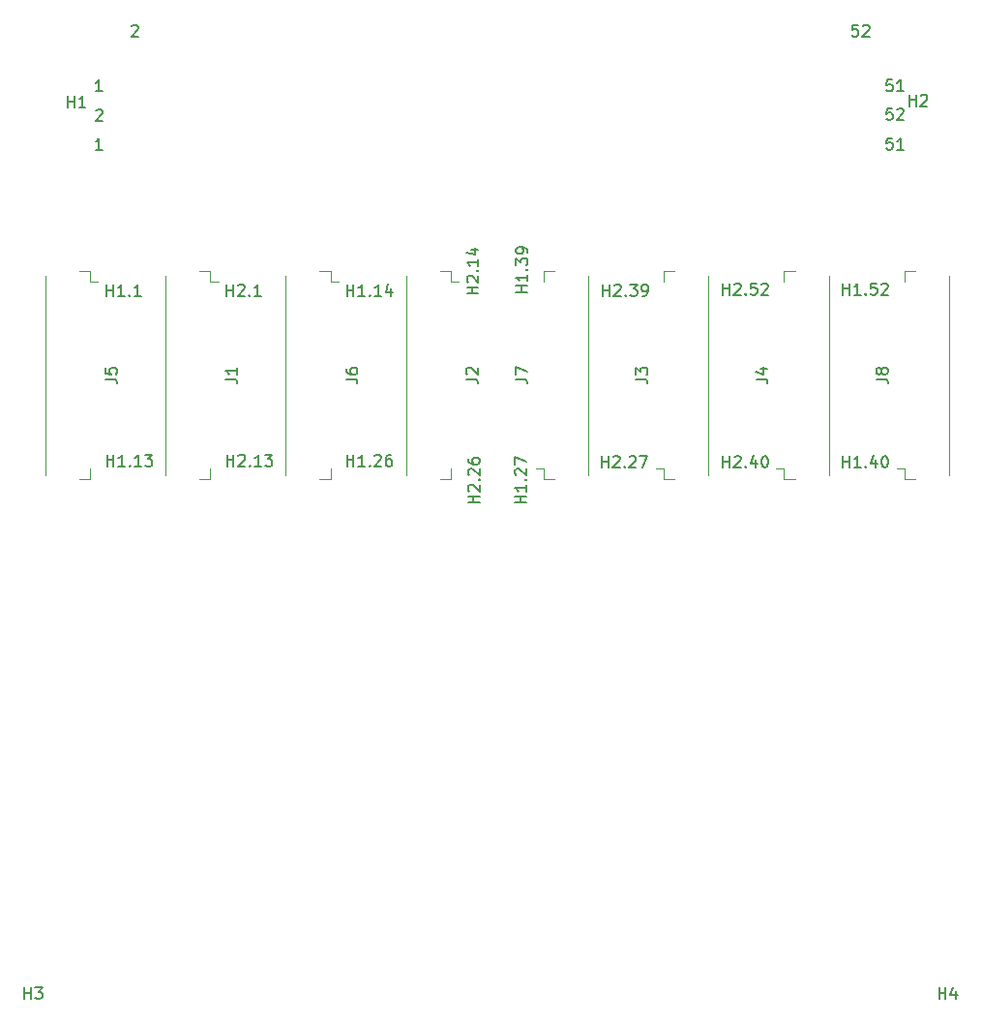
<source format=gto>
G04 #@! TF.GenerationSoftware,KiCad,Pcbnew,5.1.6-1.fc32*
G04 #@! TF.CreationDate,2020-09-21T20:32:52-03:00*
G04 #@! TF.ProjectId,pc104-adapter-bottom,70633130-342d-4616-9461-707465722d62,v2.0*
G04 #@! TF.SameCoordinates,Original*
G04 #@! TF.FileFunction,Legend,Top*
G04 #@! TF.FilePolarity,Positive*
%FSLAX46Y46*%
G04 Gerber Fmt 4.6, Leading zero omitted, Abs format (unit mm)*
G04 Created by KiCad (PCBNEW 5.1.6-1.fc32) date 2020-09-21 20:32:52*
%MOMM*%
%LPD*%
G01*
G04 APERTURE LIST*
%ADD10C,0.160000*%
%ADD11C,0.120000*%
%ADD12C,0.150000*%
G04 APERTURE END LIST*
D10*
X166747619Y-75052380D02*
X166747619Y-74052380D01*
X166747619Y-74528571D02*
X167319047Y-74528571D01*
X167319047Y-75052380D02*
X167319047Y-74052380D01*
X167747619Y-74147619D02*
X167795238Y-74100000D01*
X167890476Y-74052380D01*
X168128571Y-74052380D01*
X168223809Y-74100000D01*
X168271428Y-74147619D01*
X168319047Y-74242857D01*
X168319047Y-74338095D01*
X168271428Y-74480952D01*
X167700000Y-75052380D01*
X168319047Y-75052380D01*
X168747619Y-74957142D02*
X168795238Y-75004761D01*
X168747619Y-75052380D01*
X168700000Y-75004761D01*
X168747619Y-74957142D01*
X168747619Y-75052380D01*
X169700000Y-74052380D02*
X169223809Y-74052380D01*
X169176190Y-74528571D01*
X169223809Y-74480952D01*
X169319047Y-74433333D01*
X169557142Y-74433333D01*
X169652380Y-74480952D01*
X169700000Y-74528571D01*
X169747619Y-74623809D01*
X169747619Y-74861904D01*
X169700000Y-74957142D01*
X169652380Y-75004761D01*
X169557142Y-75052380D01*
X169319047Y-75052380D01*
X169223809Y-75004761D01*
X169176190Y-74957142D01*
X170128571Y-74147619D02*
X170176190Y-74100000D01*
X170271428Y-74052380D01*
X170509523Y-74052380D01*
X170604761Y-74100000D01*
X170652380Y-74147619D01*
X170700000Y-74242857D01*
X170700000Y-74338095D01*
X170652380Y-74480952D01*
X170080952Y-75052380D01*
X170700000Y-75052380D01*
X166747619Y-90152380D02*
X166747619Y-89152380D01*
X166747619Y-89628571D02*
X167319047Y-89628571D01*
X167319047Y-90152380D02*
X167319047Y-89152380D01*
X167747619Y-89247619D02*
X167795238Y-89200000D01*
X167890476Y-89152380D01*
X168128571Y-89152380D01*
X168223809Y-89200000D01*
X168271428Y-89247619D01*
X168319047Y-89342857D01*
X168319047Y-89438095D01*
X168271428Y-89580952D01*
X167700000Y-90152380D01*
X168319047Y-90152380D01*
X168747619Y-90057142D02*
X168795238Y-90104761D01*
X168747619Y-90152380D01*
X168700000Y-90104761D01*
X168747619Y-90057142D01*
X168747619Y-90152380D01*
X169652380Y-89485714D02*
X169652380Y-90152380D01*
X169414285Y-89104761D02*
X169176190Y-89819047D01*
X169795238Y-89819047D01*
X170366666Y-89152380D02*
X170461904Y-89152380D01*
X170557142Y-89200000D01*
X170604761Y-89247619D01*
X170652380Y-89342857D01*
X170700000Y-89533333D01*
X170700000Y-89771428D01*
X170652380Y-89961904D01*
X170604761Y-90057142D01*
X170557142Y-90104761D01*
X170461904Y-90152380D01*
X170366666Y-90152380D01*
X170271428Y-90104761D01*
X170223809Y-90057142D01*
X170176190Y-89961904D01*
X170128571Y-89771428D01*
X170128571Y-89533333D01*
X170176190Y-89342857D01*
X170223809Y-89247619D01*
X170271428Y-89200000D01*
X170366666Y-89152380D01*
X156247619Y-75152380D02*
X156247619Y-74152380D01*
X156247619Y-74628571D02*
X156819047Y-74628571D01*
X156819047Y-75152380D02*
X156819047Y-74152380D01*
X157247619Y-74247619D02*
X157295238Y-74200000D01*
X157390476Y-74152380D01*
X157628571Y-74152380D01*
X157723809Y-74200000D01*
X157771428Y-74247619D01*
X157819047Y-74342857D01*
X157819047Y-74438095D01*
X157771428Y-74580952D01*
X157200000Y-75152380D01*
X157819047Y-75152380D01*
X158247619Y-75057142D02*
X158295238Y-75104761D01*
X158247619Y-75152380D01*
X158200000Y-75104761D01*
X158247619Y-75057142D01*
X158247619Y-75152380D01*
X158628571Y-74152380D02*
X159247619Y-74152380D01*
X158914285Y-74533333D01*
X159057142Y-74533333D01*
X159152380Y-74580952D01*
X159200000Y-74628571D01*
X159247619Y-74723809D01*
X159247619Y-74961904D01*
X159200000Y-75057142D01*
X159152380Y-75104761D01*
X159057142Y-75152380D01*
X158771428Y-75152380D01*
X158676190Y-75104761D01*
X158628571Y-75057142D01*
X159723809Y-75152380D02*
X159914285Y-75152380D01*
X160009523Y-75104761D01*
X160057142Y-75057142D01*
X160152380Y-74914285D01*
X160200000Y-74723809D01*
X160200000Y-74342857D01*
X160152380Y-74247619D01*
X160104761Y-74200000D01*
X160009523Y-74152380D01*
X159819047Y-74152380D01*
X159723809Y-74200000D01*
X159676190Y-74247619D01*
X159628571Y-74342857D01*
X159628571Y-74580952D01*
X159676190Y-74676190D01*
X159723809Y-74723809D01*
X159819047Y-74771428D01*
X160009523Y-74771428D01*
X160104761Y-74723809D01*
X160152380Y-74676190D01*
X160200000Y-74580952D01*
X156147619Y-90152380D02*
X156147619Y-89152380D01*
X156147619Y-89628571D02*
X156719047Y-89628571D01*
X156719047Y-90152380D02*
X156719047Y-89152380D01*
X157147619Y-89247619D02*
X157195238Y-89200000D01*
X157290476Y-89152380D01*
X157528571Y-89152380D01*
X157623809Y-89200000D01*
X157671428Y-89247619D01*
X157719047Y-89342857D01*
X157719047Y-89438095D01*
X157671428Y-89580952D01*
X157100000Y-90152380D01*
X157719047Y-90152380D01*
X158147619Y-90057142D02*
X158195238Y-90104761D01*
X158147619Y-90152380D01*
X158100000Y-90104761D01*
X158147619Y-90057142D01*
X158147619Y-90152380D01*
X158576190Y-89247619D02*
X158623809Y-89200000D01*
X158719047Y-89152380D01*
X158957142Y-89152380D01*
X159052380Y-89200000D01*
X159100000Y-89247619D01*
X159147619Y-89342857D01*
X159147619Y-89438095D01*
X159100000Y-89580952D01*
X158528571Y-90152380D01*
X159147619Y-90152380D01*
X159480952Y-89152380D02*
X160147619Y-89152380D01*
X159719047Y-90152380D01*
X145452380Y-93252380D02*
X144452380Y-93252380D01*
X144928571Y-93252380D02*
X144928571Y-92680952D01*
X145452380Y-92680952D02*
X144452380Y-92680952D01*
X144547619Y-92252380D02*
X144500000Y-92204761D01*
X144452380Y-92109523D01*
X144452380Y-91871428D01*
X144500000Y-91776190D01*
X144547619Y-91728571D01*
X144642857Y-91680952D01*
X144738095Y-91680952D01*
X144880952Y-91728571D01*
X145452380Y-92300000D01*
X145452380Y-91680952D01*
X145357142Y-91252380D02*
X145404761Y-91204761D01*
X145452380Y-91252380D01*
X145404761Y-91300000D01*
X145357142Y-91252380D01*
X145452380Y-91252380D01*
X144547619Y-90823809D02*
X144500000Y-90776190D01*
X144452380Y-90680952D01*
X144452380Y-90442857D01*
X144500000Y-90347619D01*
X144547619Y-90300000D01*
X144642857Y-90252380D01*
X144738095Y-90252380D01*
X144880952Y-90300000D01*
X145452380Y-90871428D01*
X145452380Y-90252380D01*
X144452380Y-89395238D02*
X144452380Y-89585714D01*
X144500000Y-89680952D01*
X144547619Y-89728571D01*
X144690476Y-89823809D01*
X144880952Y-89871428D01*
X145261904Y-89871428D01*
X145357142Y-89823809D01*
X145404761Y-89776190D01*
X145452380Y-89680952D01*
X145452380Y-89490476D01*
X145404761Y-89395238D01*
X145357142Y-89347619D01*
X145261904Y-89300000D01*
X145023809Y-89300000D01*
X144928571Y-89347619D01*
X144880952Y-89395238D01*
X144833333Y-89490476D01*
X144833333Y-89680952D01*
X144880952Y-89776190D01*
X144928571Y-89823809D01*
X145023809Y-89871428D01*
X145352380Y-74952380D02*
X144352380Y-74952380D01*
X144828571Y-74952380D02*
X144828571Y-74380952D01*
X145352380Y-74380952D02*
X144352380Y-74380952D01*
X144447619Y-73952380D02*
X144400000Y-73904761D01*
X144352380Y-73809523D01*
X144352380Y-73571428D01*
X144400000Y-73476190D01*
X144447619Y-73428571D01*
X144542857Y-73380952D01*
X144638095Y-73380952D01*
X144780952Y-73428571D01*
X145352380Y-74000000D01*
X145352380Y-73380952D01*
X145257142Y-72952380D02*
X145304761Y-72904761D01*
X145352380Y-72952380D01*
X145304761Y-73000000D01*
X145257142Y-72952380D01*
X145352380Y-72952380D01*
X145352380Y-71952380D02*
X145352380Y-72523809D01*
X145352380Y-72238095D02*
X144352380Y-72238095D01*
X144495238Y-72333333D01*
X144590476Y-72428571D01*
X144638095Y-72523809D01*
X144685714Y-71095238D02*
X145352380Y-71095238D01*
X144304761Y-71333333D02*
X145019047Y-71571428D01*
X145019047Y-70952380D01*
X123347619Y-90052380D02*
X123347619Y-89052380D01*
X123347619Y-89528571D02*
X123919047Y-89528571D01*
X123919047Y-90052380D02*
X123919047Y-89052380D01*
X124347619Y-89147619D02*
X124395238Y-89100000D01*
X124490476Y-89052380D01*
X124728571Y-89052380D01*
X124823809Y-89100000D01*
X124871428Y-89147619D01*
X124919047Y-89242857D01*
X124919047Y-89338095D01*
X124871428Y-89480952D01*
X124300000Y-90052380D01*
X124919047Y-90052380D01*
X125347619Y-89957142D02*
X125395238Y-90004761D01*
X125347619Y-90052380D01*
X125300000Y-90004761D01*
X125347619Y-89957142D01*
X125347619Y-90052380D01*
X126347619Y-90052380D02*
X125776190Y-90052380D01*
X126061904Y-90052380D02*
X126061904Y-89052380D01*
X125966666Y-89195238D01*
X125871428Y-89290476D01*
X125776190Y-89338095D01*
X126680952Y-89052380D02*
X127300000Y-89052380D01*
X126966666Y-89433333D01*
X127109523Y-89433333D01*
X127204761Y-89480952D01*
X127252380Y-89528571D01*
X127300000Y-89623809D01*
X127300000Y-89861904D01*
X127252380Y-89957142D01*
X127204761Y-90004761D01*
X127109523Y-90052380D01*
X126823809Y-90052380D01*
X126728571Y-90004761D01*
X126680952Y-89957142D01*
X123323809Y-75152380D02*
X123323809Y-74152380D01*
X123323809Y-74628571D02*
X123895238Y-74628571D01*
X123895238Y-75152380D02*
X123895238Y-74152380D01*
X124323809Y-74247619D02*
X124371428Y-74200000D01*
X124466666Y-74152380D01*
X124704761Y-74152380D01*
X124800000Y-74200000D01*
X124847619Y-74247619D01*
X124895238Y-74342857D01*
X124895238Y-74438095D01*
X124847619Y-74580952D01*
X124276190Y-75152380D01*
X124895238Y-75152380D01*
X125323809Y-75057142D02*
X125371428Y-75104761D01*
X125323809Y-75152380D01*
X125276190Y-75104761D01*
X125323809Y-75057142D01*
X125323809Y-75152380D01*
X126323809Y-75152380D02*
X125752380Y-75152380D01*
X126038095Y-75152380D02*
X126038095Y-74152380D01*
X125942857Y-74295238D01*
X125847619Y-74390476D01*
X125752380Y-74438095D01*
X177247619Y-75052380D02*
X177247619Y-74052380D01*
X177247619Y-74528571D02*
X177819047Y-74528571D01*
X177819047Y-75052380D02*
X177819047Y-74052380D01*
X178819047Y-75052380D02*
X178247619Y-75052380D01*
X178533333Y-75052380D02*
X178533333Y-74052380D01*
X178438095Y-74195238D01*
X178342857Y-74290476D01*
X178247619Y-74338095D01*
X179247619Y-74957142D02*
X179295238Y-75004761D01*
X179247619Y-75052380D01*
X179200000Y-75004761D01*
X179247619Y-74957142D01*
X179247619Y-75052380D01*
X180200000Y-74052380D02*
X179723809Y-74052380D01*
X179676190Y-74528571D01*
X179723809Y-74480952D01*
X179819047Y-74433333D01*
X180057142Y-74433333D01*
X180152380Y-74480952D01*
X180200000Y-74528571D01*
X180247619Y-74623809D01*
X180247619Y-74861904D01*
X180200000Y-74957142D01*
X180152380Y-75004761D01*
X180057142Y-75052380D01*
X179819047Y-75052380D01*
X179723809Y-75004761D01*
X179676190Y-74957142D01*
X180628571Y-74147619D02*
X180676190Y-74100000D01*
X180771428Y-74052380D01*
X181009523Y-74052380D01*
X181104761Y-74100000D01*
X181152380Y-74147619D01*
X181200000Y-74242857D01*
X181200000Y-74338095D01*
X181152380Y-74480952D01*
X180580952Y-75052380D01*
X181200000Y-75052380D01*
X177247619Y-90152380D02*
X177247619Y-89152380D01*
X177247619Y-89628571D02*
X177819047Y-89628571D01*
X177819047Y-90152380D02*
X177819047Y-89152380D01*
X178819047Y-90152380D02*
X178247619Y-90152380D01*
X178533333Y-90152380D02*
X178533333Y-89152380D01*
X178438095Y-89295238D01*
X178342857Y-89390476D01*
X178247619Y-89438095D01*
X179247619Y-90057142D02*
X179295238Y-90104761D01*
X179247619Y-90152380D01*
X179200000Y-90104761D01*
X179247619Y-90057142D01*
X179247619Y-90152380D01*
X180152380Y-89485714D02*
X180152380Y-90152380D01*
X179914285Y-89104761D02*
X179676190Y-89819047D01*
X180295238Y-89819047D01*
X180866666Y-89152380D02*
X180961904Y-89152380D01*
X181057142Y-89200000D01*
X181104761Y-89247619D01*
X181152380Y-89342857D01*
X181200000Y-89533333D01*
X181200000Y-89771428D01*
X181152380Y-89961904D01*
X181104761Y-90057142D01*
X181057142Y-90104761D01*
X180961904Y-90152380D01*
X180866666Y-90152380D01*
X180771428Y-90104761D01*
X180723809Y-90057142D01*
X180676190Y-89961904D01*
X180628571Y-89771428D01*
X180628571Y-89533333D01*
X180676190Y-89342857D01*
X180723809Y-89247619D01*
X180771428Y-89200000D01*
X180866666Y-89152380D01*
X149652380Y-74852380D02*
X148652380Y-74852380D01*
X149128571Y-74852380D02*
X149128571Y-74280952D01*
X149652380Y-74280952D02*
X148652380Y-74280952D01*
X149652380Y-73280952D02*
X149652380Y-73852380D01*
X149652380Y-73566666D02*
X148652380Y-73566666D01*
X148795238Y-73661904D01*
X148890476Y-73757142D01*
X148938095Y-73852380D01*
X149557142Y-72852380D02*
X149604761Y-72804761D01*
X149652380Y-72852380D01*
X149604761Y-72900000D01*
X149557142Y-72852380D01*
X149652380Y-72852380D01*
X148652380Y-72471428D02*
X148652380Y-71852380D01*
X149033333Y-72185714D01*
X149033333Y-72042857D01*
X149080952Y-71947619D01*
X149128571Y-71900000D01*
X149223809Y-71852380D01*
X149461904Y-71852380D01*
X149557142Y-71900000D01*
X149604761Y-71947619D01*
X149652380Y-72042857D01*
X149652380Y-72328571D01*
X149604761Y-72423809D01*
X149557142Y-72471428D01*
X149652380Y-71376190D02*
X149652380Y-71185714D01*
X149604761Y-71090476D01*
X149557142Y-71042857D01*
X149414285Y-70947619D01*
X149223809Y-70900000D01*
X148842857Y-70900000D01*
X148747619Y-70947619D01*
X148700000Y-70995238D01*
X148652380Y-71090476D01*
X148652380Y-71280952D01*
X148700000Y-71376190D01*
X148747619Y-71423809D01*
X148842857Y-71471428D01*
X149080952Y-71471428D01*
X149176190Y-71423809D01*
X149223809Y-71376190D01*
X149271428Y-71280952D01*
X149271428Y-71090476D01*
X149223809Y-70995238D01*
X149176190Y-70947619D01*
X149080952Y-70900000D01*
X149552380Y-93252380D02*
X148552380Y-93252380D01*
X149028571Y-93252380D02*
X149028571Y-92680952D01*
X149552380Y-92680952D02*
X148552380Y-92680952D01*
X149552380Y-91680952D02*
X149552380Y-92252380D01*
X149552380Y-91966666D02*
X148552380Y-91966666D01*
X148695238Y-92061904D01*
X148790476Y-92157142D01*
X148838095Y-92252380D01*
X149457142Y-91252380D02*
X149504761Y-91204761D01*
X149552380Y-91252380D01*
X149504761Y-91300000D01*
X149457142Y-91252380D01*
X149552380Y-91252380D01*
X148647619Y-90823809D02*
X148600000Y-90776190D01*
X148552380Y-90680952D01*
X148552380Y-90442857D01*
X148600000Y-90347619D01*
X148647619Y-90300000D01*
X148742857Y-90252380D01*
X148838095Y-90252380D01*
X148980952Y-90300000D01*
X149552380Y-90871428D01*
X149552380Y-90252380D01*
X148552380Y-89919047D02*
X148552380Y-89252380D01*
X149552380Y-89680952D01*
X133847619Y-90052380D02*
X133847619Y-89052380D01*
X133847619Y-89528571D02*
X134419047Y-89528571D01*
X134419047Y-90052380D02*
X134419047Y-89052380D01*
X135419047Y-90052380D02*
X134847619Y-90052380D01*
X135133333Y-90052380D02*
X135133333Y-89052380D01*
X135038095Y-89195238D01*
X134942857Y-89290476D01*
X134847619Y-89338095D01*
X135847619Y-89957142D02*
X135895238Y-90004761D01*
X135847619Y-90052380D01*
X135800000Y-90004761D01*
X135847619Y-89957142D01*
X135847619Y-90052380D01*
X136276190Y-89147619D02*
X136323809Y-89100000D01*
X136419047Y-89052380D01*
X136657142Y-89052380D01*
X136752380Y-89100000D01*
X136800000Y-89147619D01*
X136847619Y-89242857D01*
X136847619Y-89338095D01*
X136800000Y-89480952D01*
X136228571Y-90052380D01*
X136847619Y-90052380D01*
X137704761Y-89052380D02*
X137514285Y-89052380D01*
X137419047Y-89100000D01*
X137371428Y-89147619D01*
X137276190Y-89290476D01*
X137228571Y-89480952D01*
X137228571Y-89861904D01*
X137276190Y-89957142D01*
X137323809Y-90004761D01*
X137419047Y-90052380D01*
X137609523Y-90052380D01*
X137704761Y-90004761D01*
X137752380Y-89957142D01*
X137800000Y-89861904D01*
X137800000Y-89623809D01*
X137752380Y-89528571D01*
X137704761Y-89480952D01*
X137609523Y-89433333D01*
X137419047Y-89433333D01*
X137323809Y-89480952D01*
X137276190Y-89528571D01*
X137228571Y-89623809D01*
X133847619Y-75152380D02*
X133847619Y-74152380D01*
X133847619Y-74628571D02*
X134419047Y-74628571D01*
X134419047Y-75152380D02*
X134419047Y-74152380D01*
X135419047Y-75152380D02*
X134847619Y-75152380D01*
X135133333Y-75152380D02*
X135133333Y-74152380D01*
X135038095Y-74295238D01*
X134942857Y-74390476D01*
X134847619Y-74438095D01*
X135847619Y-75057142D02*
X135895238Y-75104761D01*
X135847619Y-75152380D01*
X135800000Y-75104761D01*
X135847619Y-75057142D01*
X135847619Y-75152380D01*
X136847619Y-75152380D02*
X136276190Y-75152380D01*
X136561904Y-75152380D02*
X136561904Y-74152380D01*
X136466666Y-74295238D01*
X136371428Y-74390476D01*
X136276190Y-74438095D01*
X137704761Y-74485714D02*
X137704761Y-75152380D01*
X137466666Y-74104761D02*
X137228571Y-74819047D01*
X137847619Y-74819047D01*
X112847619Y-90052380D02*
X112847619Y-89052380D01*
X112847619Y-89528571D02*
X113419047Y-89528571D01*
X113419047Y-90052380D02*
X113419047Y-89052380D01*
X114419047Y-90052380D02*
X113847619Y-90052380D01*
X114133333Y-90052380D02*
X114133333Y-89052380D01*
X114038095Y-89195238D01*
X113942857Y-89290476D01*
X113847619Y-89338095D01*
X114847619Y-89957142D02*
X114895238Y-90004761D01*
X114847619Y-90052380D01*
X114800000Y-90004761D01*
X114847619Y-89957142D01*
X114847619Y-90052380D01*
X115847619Y-90052380D02*
X115276190Y-90052380D01*
X115561904Y-90052380D02*
X115561904Y-89052380D01*
X115466666Y-89195238D01*
X115371428Y-89290476D01*
X115276190Y-89338095D01*
X116180952Y-89052380D02*
X116800000Y-89052380D01*
X116466666Y-89433333D01*
X116609523Y-89433333D01*
X116704761Y-89480952D01*
X116752380Y-89528571D01*
X116800000Y-89623809D01*
X116800000Y-89861904D01*
X116752380Y-89957142D01*
X116704761Y-90004761D01*
X116609523Y-90052380D01*
X116323809Y-90052380D01*
X116228571Y-90004761D01*
X116180952Y-89957142D01*
X112823809Y-75152380D02*
X112823809Y-74152380D01*
X112823809Y-74628571D02*
X113395238Y-74628571D01*
X113395238Y-75152380D02*
X113395238Y-74152380D01*
X114395238Y-75152380D02*
X113823809Y-75152380D01*
X114109523Y-75152380D02*
X114109523Y-74152380D01*
X114014285Y-74295238D01*
X113919047Y-74390476D01*
X113823809Y-74438095D01*
X114823809Y-75057142D02*
X114871428Y-75104761D01*
X114823809Y-75152380D01*
X114776190Y-75104761D01*
X114823809Y-75057142D01*
X114823809Y-75152380D01*
X115823809Y-75152380D02*
X115252380Y-75152380D01*
X115538095Y-75152380D02*
X115538095Y-74152380D01*
X115442857Y-74295238D01*
X115347619Y-74390476D01*
X115252380Y-74438095D01*
D11*
X183572000Y-91210000D02*
X182622000Y-91210000D01*
X182622000Y-91210000D02*
X182622000Y-90260000D01*
X182622000Y-90260000D02*
X181932000Y-90260000D01*
X183572000Y-72990000D02*
X182622000Y-72990000D01*
X182622000Y-72990000D02*
X182622000Y-73940000D01*
X186542000Y-90840000D02*
X186542000Y-73360000D01*
X151998000Y-91210000D02*
X151048000Y-91210000D01*
X151048000Y-91210000D02*
X151048000Y-90260000D01*
X151048000Y-90260000D02*
X150358000Y-90260000D01*
X151998000Y-72990000D02*
X151048000Y-72990000D01*
X151048000Y-72990000D02*
X151048000Y-73940000D01*
X154968000Y-90840000D02*
X154968000Y-73360000D01*
X131469000Y-72990000D02*
X132419000Y-72990000D01*
X132419000Y-72990000D02*
X132419000Y-73940000D01*
X132419000Y-73940000D02*
X133109000Y-73940000D01*
X131469000Y-91210000D02*
X132419000Y-91210000D01*
X132419000Y-91210000D02*
X132419000Y-90260000D01*
X128499000Y-73360000D02*
X128499000Y-90840000D01*
X110420000Y-72990000D02*
X111370000Y-72990000D01*
X111370000Y-72990000D02*
X111370000Y-73940000D01*
X111370000Y-73940000D02*
X112060000Y-73940000D01*
X110420000Y-91210000D02*
X111370000Y-91210000D01*
X111370000Y-91210000D02*
X111370000Y-90260000D01*
X107450000Y-73360000D02*
X107450000Y-90840000D01*
X173048000Y-91210000D02*
X172098000Y-91210000D01*
X172098000Y-91210000D02*
X172098000Y-90260000D01*
X172098000Y-90260000D02*
X171408000Y-90260000D01*
X173048000Y-72990000D02*
X172098000Y-72990000D01*
X172098000Y-72990000D02*
X172098000Y-73940000D01*
X176018000Y-90840000D02*
X176018000Y-73360000D01*
X162523000Y-91210000D02*
X161573000Y-91210000D01*
X161573000Y-91210000D02*
X161573000Y-90260000D01*
X161573000Y-90260000D02*
X160883000Y-90260000D01*
X162523000Y-72990000D02*
X161573000Y-72990000D01*
X161573000Y-72990000D02*
X161573000Y-73940000D01*
X165493000Y-90840000D02*
X165493000Y-73360000D01*
X141994000Y-72990000D02*
X142944000Y-72990000D01*
X142944000Y-72990000D02*
X142944000Y-73940000D01*
X142944000Y-73940000D02*
X143634000Y-73940000D01*
X141994000Y-91210000D02*
X142944000Y-91210000D01*
X142944000Y-91210000D02*
X142944000Y-90260000D01*
X139024000Y-73360000D02*
X139024000Y-90840000D01*
X120945000Y-72990000D02*
X121895000Y-72990000D01*
X121895000Y-72990000D02*
X121895000Y-73940000D01*
X121895000Y-73940000D02*
X122585000Y-73940000D01*
X120945000Y-91210000D02*
X121895000Y-91210000D01*
X121895000Y-91210000D02*
X121895000Y-90260000D01*
X117975000Y-73360000D02*
X117975000Y-90840000D01*
D12*
X105608095Y-136638380D02*
X105608095Y-135638380D01*
X105608095Y-136114571D02*
X106179523Y-136114571D01*
X106179523Y-136638380D02*
X106179523Y-135638380D01*
X106560476Y-135638380D02*
X107179523Y-135638380D01*
X106846190Y-136019333D01*
X106989047Y-136019333D01*
X107084285Y-136066952D01*
X107131904Y-136114571D01*
X107179523Y-136209809D01*
X107179523Y-136447904D01*
X107131904Y-136543142D01*
X107084285Y-136590761D01*
X106989047Y-136638380D01*
X106703333Y-136638380D01*
X106608095Y-136590761D01*
X106560476Y-136543142D01*
X185668095Y-136638380D02*
X185668095Y-135638380D01*
X185668095Y-136114571D02*
X186239523Y-136114571D01*
X186239523Y-136638380D02*
X186239523Y-135638380D01*
X187144285Y-135971714D02*
X187144285Y-136638380D01*
X186906190Y-135590761D02*
X186668095Y-136305047D01*
X187287142Y-136305047D01*
D10*
X178561904Y-51452380D02*
X178085714Y-51452380D01*
X178038095Y-51928571D01*
X178085714Y-51880952D01*
X178180952Y-51833333D01*
X178419047Y-51833333D01*
X178514285Y-51880952D01*
X178561904Y-51928571D01*
X178609523Y-52023809D01*
X178609523Y-52261904D01*
X178561904Y-52357142D01*
X178514285Y-52404761D01*
X178419047Y-52452380D01*
X178180952Y-52452380D01*
X178085714Y-52404761D01*
X178038095Y-52357142D01*
X178990476Y-51547619D02*
X179038095Y-51500000D01*
X179133333Y-51452380D01*
X179371428Y-51452380D01*
X179466666Y-51500000D01*
X179514285Y-51547619D01*
X179561904Y-51642857D01*
X179561904Y-51738095D01*
X179514285Y-51880952D01*
X178942857Y-52452380D01*
X179561904Y-52452380D01*
X181561904Y-56252380D02*
X181085714Y-56252380D01*
X181038095Y-56728571D01*
X181085714Y-56680952D01*
X181180952Y-56633333D01*
X181419047Y-56633333D01*
X181514285Y-56680952D01*
X181561904Y-56728571D01*
X181609523Y-56823809D01*
X181609523Y-57061904D01*
X181561904Y-57157142D01*
X181514285Y-57204761D01*
X181419047Y-57252380D01*
X181180952Y-57252380D01*
X181085714Y-57204761D01*
X181038095Y-57157142D01*
X182561904Y-57252380D02*
X181990476Y-57252380D01*
X182276190Y-57252380D02*
X182276190Y-56252380D01*
X182180952Y-56395238D01*
X182085714Y-56490476D01*
X181990476Y-56538095D01*
X115014285Y-51547619D02*
X115061904Y-51500000D01*
X115157142Y-51452380D01*
X115395238Y-51452380D01*
X115490476Y-51500000D01*
X115538095Y-51547619D01*
X115585714Y-51642857D01*
X115585714Y-51738095D01*
X115538095Y-51880952D01*
X114966666Y-52452380D01*
X115585714Y-52452380D01*
X112445714Y-57252380D02*
X111874285Y-57252380D01*
X112160000Y-57252380D02*
X112160000Y-56252380D01*
X112064761Y-56395238D01*
X111969523Y-56490476D01*
X111874285Y-56538095D01*
X181561904Y-58752380D02*
X181085714Y-58752380D01*
X181038095Y-59228571D01*
X181085714Y-59180952D01*
X181180952Y-59133333D01*
X181419047Y-59133333D01*
X181514285Y-59180952D01*
X181561904Y-59228571D01*
X181609523Y-59323809D01*
X181609523Y-59561904D01*
X181561904Y-59657142D01*
X181514285Y-59704761D01*
X181419047Y-59752380D01*
X181180952Y-59752380D01*
X181085714Y-59704761D01*
X181038095Y-59657142D01*
X181990476Y-58847619D02*
X182038095Y-58800000D01*
X182133333Y-58752380D01*
X182371428Y-58752380D01*
X182466666Y-58800000D01*
X182514285Y-58847619D01*
X182561904Y-58942857D01*
X182561904Y-59038095D01*
X182514285Y-59180952D01*
X181942857Y-59752380D01*
X182561904Y-59752380D01*
X181561904Y-61352380D02*
X181085714Y-61352380D01*
X181038095Y-61828571D01*
X181085714Y-61780952D01*
X181180952Y-61733333D01*
X181419047Y-61733333D01*
X181514285Y-61780952D01*
X181561904Y-61828571D01*
X181609523Y-61923809D01*
X181609523Y-62161904D01*
X181561904Y-62257142D01*
X181514285Y-62304761D01*
X181419047Y-62352380D01*
X181180952Y-62352380D01*
X181085714Y-62304761D01*
X181038095Y-62257142D01*
X182561904Y-62352380D02*
X181990476Y-62352380D01*
X182276190Y-62352380D02*
X182276190Y-61352380D01*
X182180952Y-61495238D01*
X182085714Y-61590476D01*
X181990476Y-61638095D01*
X111874285Y-58947619D02*
X111921904Y-58900000D01*
X112017142Y-58852380D01*
X112255238Y-58852380D01*
X112350476Y-58900000D01*
X112398095Y-58947619D01*
X112445714Y-59042857D01*
X112445714Y-59138095D01*
X112398095Y-59280952D01*
X111826666Y-59852380D01*
X112445714Y-59852380D01*
X112445714Y-62352380D02*
X111874285Y-62352380D01*
X112160000Y-62352380D02*
X112160000Y-61352380D01*
X112064761Y-61495238D01*
X111969523Y-61590476D01*
X111874285Y-61638095D01*
D12*
X180184380Y-82433333D02*
X180898666Y-82433333D01*
X181041523Y-82480952D01*
X181136761Y-82576190D01*
X181184380Y-82719047D01*
X181184380Y-82814285D01*
X180612952Y-81814285D02*
X180565333Y-81909523D01*
X180517714Y-81957142D01*
X180422476Y-82004761D01*
X180374857Y-82004761D01*
X180279619Y-81957142D01*
X180232000Y-81909523D01*
X180184380Y-81814285D01*
X180184380Y-81623809D01*
X180232000Y-81528571D01*
X180279619Y-81480952D01*
X180374857Y-81433333D01*
X180422476Y-81433333D01*
X180517714Y-81480952D01*
X180565333Y-81528571D01*
X180612952Y-81623809D01*
X180612952Y-81814285D01*
X180660571Y-81909523D01*
X180708190Y-81957142D01*
X180803428Y-82004761D01*
X180993904Y-82004761D01*
X181089142Y-81957142D01*
X181136761Y-81909523D01*
X181184380Y-81814285D01*
X181184380Y-81623809D01*
X181136761Y-81528571D01*
X181089142Y-81480952D01*
X180993904Y-81433333D01*
X180803428Y-81433333D01*
X180708190Y-81480952D01*
X180660571Y-81528571D01*
X180612952Y-81623809D01*
X148610380Y-82433333D02*
X149324666Y-82433333D01*
X149467523Y-82480952D01*
X149562761Y-82576190D01*
X149610380Y-82719047D01*
X149610380Y-82814285D01*
X148610380Y-82052380D02*
X148610380Y-81385714D01*
X149610380Y-81814285D01*
X133761380Y-82433333D02*
X134475666Y-82433333D01*
X134618523Y-82480952D01*
X134713761Y-82576190D01*
X134761380Y-82719047D01*
X134761380Y-82814285D01*
X133761380Y-81528571D02*
X133761380Y-81719047D01*
X133809000Y-81814285D01*
X133856619Y-81861904D01*
X133999476Y-81957142D01*
X134189952Y-82004761D01*
X134570904Y-82004761D01*
X134666142Y-81957142D01*
X134713761Y-81909523D01*
X134761380Y-81814285D01*
X134761380Y-81623809D01*
X134713761Y-81528571D01*
X134666142Y-81480952D01*
X134570904Y-81433333D01*
X134332809Y-81433333D01*
X134237571Y-81480952D01*
X134189952Y-81528571D01*
X134142333Y-81623809D01*
X134142333Y-81814285D01*
X134189952Y-81909523D01*
X134237571Y-81957142D01*
X134332809Y-82004761D01*
X112712380Y-82433333D02*
X113426666Y-82433333D01*
X113569523Y-82480952D01*
X113664761Y-82576190D01*
X113712380Y-82719047D01*
X113712380Y-82814285D01*
X112712380Y-81480952D02*
X112712380Y-81957142D01*
X113188571Y-82004761D01*
X113140952Y-81957142D01*
X113093333Y-81861904D01*
X113093333Y-81623809D01*
X113140952Y-81528571D01*
X113188571Y-81480952D01*
X113283809Y-81433333D01*
X113521904Y-81433333D01*
X113617142Y-81480952D01*
X113664761Y-81528571D01*
X113712380Y-81623809D01*
X113712380Y-81861904D01*
X113664761Y-81957142D01*
X113617142Y-82004761D01*
X169660380Y-82433333D02*
X170374666Y-82433333D01*
X170517523Y-82480952D01*
X170612761Y-82576190D01*
X170660380Y-82719047D01*
X170660380Y-82814285D01*
X169993714Y-81528571D02*
X170660380Y-81528571D01*
X169612761Y-81766666D02*
X170327047Y-82004761D01*
X170327047Y-81385714D01*
X159135380Y-82433333D02*
X159849666Y-82433333D01*
X159992523Y-82480952D01*
X160087761Y-82576190D01*
X160135380Y-82719047D01*
X160135380Y-82814285D01*
X159135380Y-82052380D02*
X159135380Y-81433333D01*
X159516333Y-81766666D01*
X159516333Y-81623809D01*
X159563952Y-81528571D01*
X159611571Y-81480952D01*
X159706809Y-81433333D01*
X159944904Y-81433333D01*
X160040142Y-81480952D01*
X160087761Y-81528571D01*
X160135380Y-81623809D01*
X160135380Y-81909523D01*
X160087761Y-82004761D01*
X160040142Y-82052380D01*
X144286380Y-82433333D02*
X145000666Y-82433333D01*
X145143523Y-82480952D01*
X145238761Y-82576190D01*
X145286380Y-82719047D01*
X145286380Y-82814285D01*
X144381619Y-82004761D02*
X144334000Y-81957142D01*
X144286380Y-81861904D01*
X144286380Y-81623809D01*
X144334000Y-81528571D01*
X144381619Y-81480952D01*
X144476857Y-81433333D01*
X144572095Y-81433333D01*
X144714952Y-81480952D01*
X145286380Y-82052380D01*
X145286380Y-81433333D01*
X123237380Y-82433333D02*
X123951666Y-82433333D01*
X124094523Y-82480952D01*
X124189761Y-82576190D01*
X124237380Y-82719047D01*
X124237380Y-82814285D01*
X124237380Y-81433333D02*
X124237380Y-82004761D01*
X124237380Y-81719047D02*
X123237380Y-81719047D01*
X123380238Y-81814285D01*
X123475476Y-81909523D01*
X123523095Y-82004761D01*
X183068095Y-58552380D02*
X183068095Y-57552380D01*
X183068095Y-58028571D02*
X183639523Y-58028571D01*
X183639523Y-58552380D02*
X183639523Y-57552380D01*
X184068095Y-57647619D02*
X184115714Y-57600000D01*
X184210952Y-57552380D01*
X184449047Y-57552380D01*
X184544285Y-57600000D01*
X184591904Y-57647619D01*
X184639523Y-57742857D01*
X184639523Y-57838095D01*
X184591904Y-57980952D01*
X184020476Y-58552380D01*
X184639523Y-58552380D01*
X109408095Y-58652380D02*
X109408095Y-57652380D01*
X109408095Y-58128571D02*
X109979523Y-58128571D01*
X109979523Y-58652380D02*
X109979523Y-57652380D01*
X110979523Y-58652380D02*
X110408095Y-58652380D01*
X110693809Y-58652380D02*
X110693809Y-57652380D01*
X110598571Y-57795238D01*
X110503333Y-57890476D01*
X110408095Y-57938095D01*
M02*

</source>
